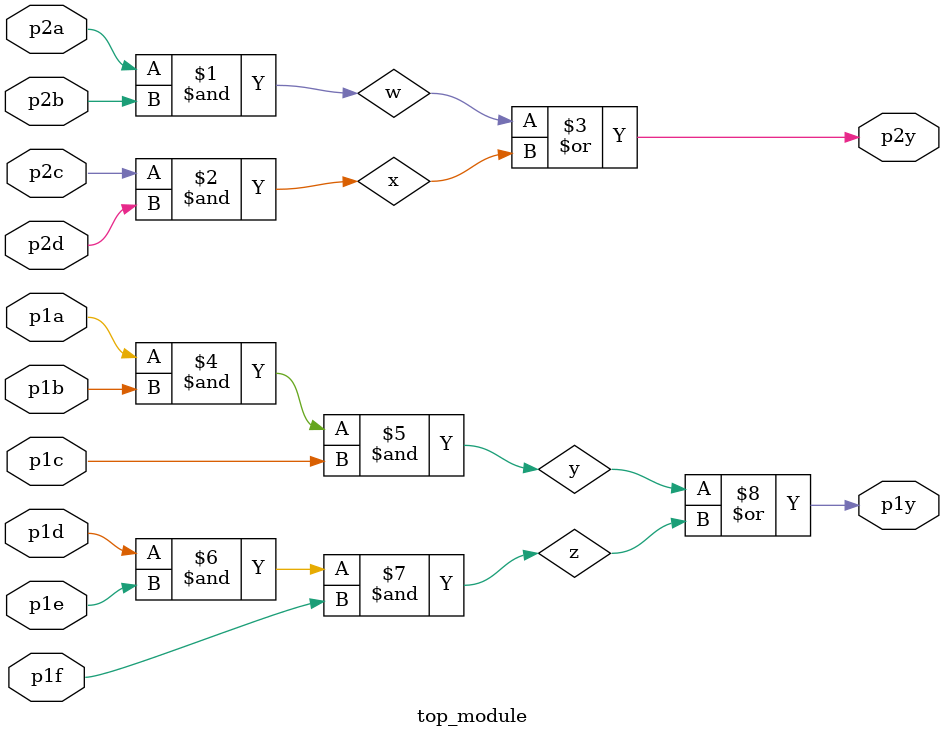
<source format=v>
module top_module ( 
    input p1a, p1b, p1c, p1d, p1e, p1f,
    output p1y,
    input p2a, p2b, p2c, p2d,
    output p2y );
    wire w,x,y,z;
    
    assign w=p2a&p2b;
    assign x=p2c&p2d;
    assign p2y=w|x;
    assign y=p1a&p1b&p1c;
    assign z=p1d&p1e&p1f;
    assign p1y=y|z;


endmodule

</source>
